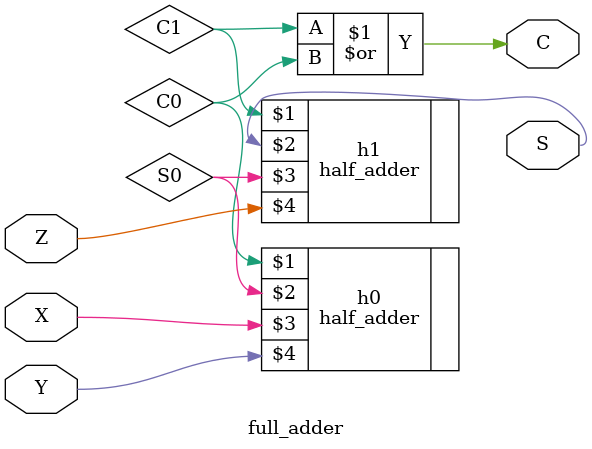
<source format=v>
module full_adder(C,S,X,Y,Z);

	output C, S;
	input X, Y, Z;

	wire C0, C1;
	wire S0;

	// First half adder instance
	half_adder h0(C0, S0, X, Y);
	// Second half adder instance
	half_adder h1(C1, S, S0, Z);
	// Carry
	or o0(C, C1, C0);

endmodule

</source>
